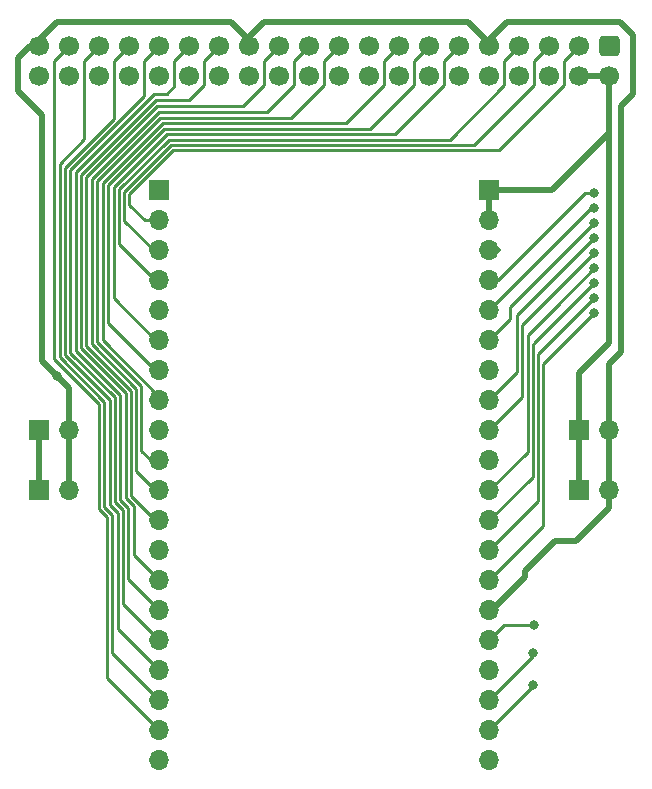
<source format=gbr>
%TF.GenerationSoftware,KiCad,Pcbnew,(5.1.9)-1*%
%TF.CreationDate,2022-02-08T17:06:21+09:00*%
%TF.ProjectId,pi-extend,70692d65-7874-4656-9e64-2e6b69636164,rev?*%
%TF.SameCoordinates,Original*%
%TF.FileFunction,Copper,L1,Top*%
%TF.FilePolarity,Positive*%
%FSLAX46Y46*%
G04 Gerber Fmt 4.6, Leading zero omitted, Abs format (unit mm)*
G04 Created by KiCad (PCBNEW (5.1.9)-1) date 2022-02-08 17:06:21*
%MOMM*%
%LPD*%
G01*
G04 APERTURE LIST*
%TA.AperFunction,ComponentPad*%
%ADD10O,1.700000X1.700000*%
%TD*%
%TA.AperFunction,ComponentPad*%
%ADD11R,1.700000X1.700000*%
%TD*%
%TA.AperFunction,ComponentPad*%
%ADD12C,1.700000*%
%TD*%
%TA.AperFunction,ViaPad*%
%ADD13C,0.800000*%
%TD*%
%TA.AperFunction,Conductor*%
%ADD14C,0.250000*%
%TD*%
%TA.AperFunction,Conductor*%
%ADD15C,0.500000*%
%TD*%
G04 APERTURE END LIST*
D10*
%TO.P,J7,2*%
%TO.N,GND*%
X186944000Y-104140000D03*
D11*
%TO.P,J7,1*%
%TO.N,+5V*%
X184404000Y-104140000D03*
%TD*%
D10*
%TO.P,J6,2*%
%TO.N,GND*%
X141224000Y-104140000D03*
D11*
%TO.P,J6,1*%
%TO.N,+3V3*%
X138684000Y-104140000D03*
%TD*%
D12*
%TO.P,J1,40*%
%TO.N,Net-(J1-Pad40)*%
X138684000Y-69088000D03*
%TO.P,J1,38*%
%TO.N,Net-(J1-Pad38)*%
X141224000Y-69088000D03*
%TO.P,J1,36*%
%TO.N,Net-(J1-Pad36)*%
X143764000Y-69088000D03*
%TO.P,J1,34*%
%TO.N,GND*%
X146304000Y-69088000D03*
%TO.P,J1,32*%
%TO.N,Net-(J1-Pad32)*%
X148844000Y-69088000D03*
%TO.P,J1,30*%
%TO.N,GND*%
X151384000Y-69088000D03*
%TO.P,J1,28*%
%TO.N,Net-(J1-Pad28)*%
X153924000Y-69088000D03*
%TO.P,J1,26*%
%TO.N,Net-(J1-Pad26)*%
X156464000Y-69088000D03*
%TO.P,J1,24*%
%TO.N,Net-(J1-Pad24)*%
X159004000Y-69088000D03*
%TO.P,J1,22*%
%TO.N,Net-(J1-Pad22)*%
X161544000Y-69088000D03*
%TO.P,J1,20*%
%TO.N,GND*%
X164084000Y-69088000D03*
%TO.P,J1,18*%
%TO.N,Net-(J1-Pad18)*%
X166624000Y-69088000D03*
%TO.P,J1,16*%
%TO.N,Net-(J1-Pad16)*%
X169164000Y-69088000D03*
%TO.P,J1,14*%
%TO.N,GND*%
X171704000Y-69088000D03*
%TO.P,J1,12*%
%TO.N,Net-(J1-Pad12)*%
X174244000Y-69088000D03*
%TO.P,J1,10*%
%TO.N,Net-(J1-Pad10)*%
X176784000Y-69088000D03*
%TO.P,J1,8*%
%TO.N,Net-(J1-Pad8)*%
X179324000Y-69088000D03*
%TO.P,J1,6*%
%TO.N,GND*%
X181864000Y-69088000D03*
%TO.P,J1,4*%
%TO.N,+5V*%
X184404000Y-69088000D03*
%TO.P,J1,2*%
X186944000Y-69088000D03*
%TO.P,J1,39*%
%TO.N,GND*%
X138684000Y-66548000D03*
%TO.P,J1,37*%
%TO.N,Net-(J1-Pad37)*%
X141224000Y-66548000D03*
%TO.P,J1,35*%
%TO.N,Net-(J1-Pad35)*%
X143764000Y-66548000D03*
%TO.P,J1,33*%
%TO.N,Net-(J1-Pad33)*%
X146304000Y-66548000D03*
%TO.P,J1,31*%
%TO.N,Net-(J1-Pad31)*%
X148844000Y-66548000D03*
%TO.P,J1,29*%
%TO.N,Net-(J1-Pad29)*%
X151384000Y-66548000D03*
%TO.P,J1,27*%
%TO.N,Net-(J1-Pad27)*%
X153924000Y-66548000D03*
%TO.P,J1,25*%
%TO.N,GND*%
X156464000Y-66548000D03*
%TO.P,J1,23*%
%TO.N,Net-(J1-Pad23)*%
X159004000Y-66548000D03*
%TO.P,J1,21*%
%TO.N,Net-(J1-Pad21)*%
X161544000Y-66548000D03*
%TO.P,J1,19*%
%TO.N,Net-(J1-Pad19)*%
X164084000Y-66548000D03*
%TO.P,J1,17*%
%TO.N,+3V3*%
X166624000Y-66548000D03*
%TO.P,J1,15*%
%TO.N,Net-(J1-Pad15)*%
X169164000Y-66548000D03*
%TO.P,J1,13*%
%TO.N,Net-(J1-Pad13)*%
X171704000Y-66548000D03*
%TO.P,J1,11*%
%TO.N,Net-(J1-Pad11)*%
X174244000Y-66548000D03*
%TO.P,J1,9*%
%TO.N,GND*%
X176784000Y-66548000D03*
%TO.P,J1,7*%
%TO.N,Net-(J1-Pad7)*%
X179324000Y-66548000D03*
%TO.P,J1,5*%
%TO.N,Net-(J1-Pad5)*%
X181864000Y-66548000D03*
%TO.P,J1,3*%
%TO.N,Net-(J1-Pad3)*%
X184404000Y-66548000D03*
%TO.P,J1,1*%
%TO.N,+3V3*%
%TA.AperFunction,ComponentPad*%
G36*
G01*
X186344000Y-65698000D02*
X187544000Y-65698000D01*
G75*
G02*
X187794000Y-65948000I0J-250000D01*
G01*
X187794000Y-67148000D01*
G75*
G02*
X187544000Y-67398000I-250000J0D01*
G01*
X186344000Y-67398000D01*
G75*
G02*
X186094000Y-67148000I0J250000D01*
G01*
X186094000Y-65948000D01*
G75*
G02*
X186344000Y-65698000I250000J0D01*
G01*
G37*
%TD.AperFunction*%
%TD*%
D11*
%TO.P,J2,1*%
%TO.N,+3V3*%
X148818600Y-78765400D03*
D10*
%TO.P,J2,2*%
%TO.N,Net-(J1-Pad3)*%
X148818600Y-81305400D03*
%TO.P,J2,3*%
%TO.N,Net-(J1-Pad5)*%
X148818600Y-83845400D03*
%TO.P,J2,4*%
%TO.N,Net-(J1-Pad7)*%
X148818600Y-86385400D03*
%TO.P,J2,5*%
%TO.N,GND*%
X148818600Y-88925400D03*
%TO.P,J2,6*%
%TO.N,Net-(J1-Pad11)*%
X148818600Y-91465400D03*
%TO.P,J2,7*%
%TO.N,Net-(J1-Pad13)*%
X148818600Y-94005400D03*
%TO.P,J2,8*%
%TO.N,Net-(J1-Pad15)*%
X148818600Y-96545400D03*
%TO.P,J2,9*%
%TO.N,+3V3*%
X148818600Y-99085400D03*
%TO.P,J2,10*%
%TO.N,Net-(J1-Pad19)*%
X148818600Y-101625400D03*
%TO.P,J2,11*%
%TO.N,Net-(J1-Pad21)*%
X148818600Y-104165400D03*
%TO.P,J2,12*%
%TO.N,Net-(J1-Pad23)*%
X148818600Y-106705400D03*
%TO.P,J2,13*%
%TO.N,GND*%
X148818600Y-109245400D03*
%TO.P,J2,14*%
%TO.N,Net-(J1-Pad27)*%
X148818600Y-111785400D03*
%TO.P,J2,15*%
%TO.N,Net-(J1-Pad29)*%
X148818600Y-114325400D03*
%TO.P,J2,16*%
%TO.N,Net-(J1-Pad31)*%
X148818600Y-116865400D03*
%TO.P,J2,17*%
%TO.N,Net-(J1-Pad33)*%
X148818600Y-119405400D03*
%TO.P,J2,18*%
%TO.N,Net-(J1-Pad35)*%
X148818600Y-121945400D03*
%TO.P,J2,19*%
%TO.N,Net-(J1-Pad37)*%
X148818600Y-124485400D03*
%TO.P,J2,20*%
%TO.N,GND*%
X148818600Y-127025400D03*
%TD*%
%TO.P,J3,20*%
%TO.N,Net-(J1-Pad40)*%
X176758600Y-127025400D03*
%TO.P,J3,19*%
%TO.N,Net-(J1-Pad38)*%
X176758600Y-124485400D03*
%TO.P,J3,18*%
%TO.N,Net-(J1-Pad36)*%
X176758600Y-121945400D03*
%TO.P,J3,17*%
%TO.N,GND*%
X176758600Y-119405400D03*
%TO.P,J3,16*%
%TO.N,Net-(J1-Pad32)*%
X176758600Y-116865400D03*
%TO.P,J3,15*%
%TO.N,GND*%
X176758600Y-114325400D03*
%TO.P,J3,14*%
%TO.N,Net-(J1-Pad28)*%
X176758600Y-111785400D03*
%TO.P,J3,13*%
%TO.N,Net-(J1-Pad26)*%
X176758600Y-109245400D03*
%TO.P,J3,12*%
%TO.N,Net-(J1-Pad24)*%
X176758600Y-106705400D03*
%TO.P,J3,11*%
%TO.N,Net-(J1-Pad22)*%
X176758600Y-104165400D03*
%TO.P,J3,10*%
%TO.N,GND*%
X176758600Y-101625400D03*
%TO.P,J3,9*%
%TO.N,Net-(J1-Pad18)*%
X176758600Y-99085400D03*
%TO.P,J3,8*%
%TO.N,Net-(J1-Pad16)*%
X176758600Y-96545400D03*
%TO.P,J3,7*%
%TO.N,GND*%
X176758600Y-94005400D03*
%TO.P,J3,6*%
%TO.N,Net-(J1-Pad12)*%
X176758600Y-91465400D03*
%TO.P,J3,5*%
%TO.N,Net-(J1-Pad10)*%
X176758600Y-88925400D03*
%TO.P,J3,4*%
%TO.N,Net-(J1-Pad8)*%
X176758600Y-86385400D03*
%TO.P,J3,3*%
%TO.N,GND*%
X176758600Y-83845400D03*
%TO.P,J3,2*%
%TO.N,+5V*%
X176758600Y-81305400D03*
D11*
%TO.P,J3,1*%
X176758600Y-78765400D03*
%TD*%
%TO.P,J4,1*%
%TO.N,+3V3*%
X138684000Y-99060000D03*
D10*
%TO.P,J4,2*%
%TO.N,GND*%
X141224000Y-99060000D03*
%TD*%
D11*
%TO.P,J5,1*%
%TO.N,+5V*%
X184404000Y-99060000D03*
D10*
%TO.P,J5,2*%
%TO.N,GND*%
X186944000Y-99060000D03*
%TD*%
D13*
%TO.N,Net-(J1-Pad8)*%
X185674000Y-78994000D03*
%TO.N,Net-(J1-Pad10)*%
X185674000Y-80264000D03*
%TO.N,Net-(J1-Pad12)*%
X185645498Y-81534000D03*
%TO.N,Net-(J1-Pad16)*%
X185674000Y-82804000D03*
%TO.N,Net-(J1-Pad18)*%
X185674000Y-84074000D03*
%TO.N,Net-(J1-Pad22)*%
X185673986Y-85344000D03*
%TO.N,Net-(J1-Pad24)*%
X185674000Y-86614000D03*
%TO.N,Net-(J1-Pad26)*%
X185674000Y-87884010D03*
%TO.N,Net-(J1-Pad28)*%
X185674010Y-89154000D03*
%TO.N,Net-(J1-Pad32)*%
X180593682Y-115570000D03*
%TO.N,Net-(J1-Pad36)*%
X180467002Y-117983000D03*
%TO.N,Net-(J1-Pad38)*%
X180467000Y-120650006D03*
%TO.N,GND*%
X140207997Y-94487997D03*
%TD*%
D14*
%TO.N,Net-(J1-Pad3)*%
X177594240Y-75380011D02*
X183134000Y-69840251D01*
X149999122Y-75380011D02*
X177594240Y-75380011D01*
X146304000Y-79075133D02*
X149999122Y-75380011D01*
X146304000Y-80010000D02*
X146304000Y-79075133D01*
X147599400Y-81305400D02*
X146304000Y-80010000D01*
X148818600Y-81305400D02*
X147599400Y-81305400D01*
X183134000Y-67818000D02*
X184404000Y-66548000D01*
X183134000Y-69840251D02*
X183134000Y-67818000D01*
%TO.N,Net-(J1-Pad5)*%
X175514000Y-74930000D02*
X180594000Y-69850000D01*
X149812722Y-74930000D02*
X175514000Y-74930000D01*
X145853989Y-78888733D02*
X149812722Y-74930000D01*
X145853989Y-81337989D02*
X145853989Y-78888733D01*
X148361400Y-83845400D02*
X145853989Y-81337989D01*
X148818600Y-83845400D02*
X148361400Y-83845400D01*
X180594000Y-67818000D02*
X181864000Y-66548000D01*
X180594000Y-69850000D02*
X180594000Y-67818000D01*
%TO.N,Net-(J1-Pad7)*%
X148818600Y-86385400D02*
X148488400Y-86385400D01*
X148488400Y-86385400D02*
X145403978Y-83300978D01*
X145403978Y-83300978D02*
X145403978Y-78702333D01*
X173424011Y-74479989D02*
X178054000Y-69850000D01*
X178054000Y-67818000D02*
X179324000Y-66548000D01*
X145403978Y-78702333D02*
X149626322Y-74479989D01*
X178054000Y-69850000D02*
X178054000Y-67818000D01*
X149626322Y-74479989D02*
X173424011Y-74479989D01*
%TO.N,Net-(J1-Pad8)*%
X184912000Y-78994000D02*
X185674000Y-78994000D01*
X177520600Y-86385400D02*
X184912000Y-78994000D01*
X176758600Y-86385400D02*
X177520600Y-86385400D01*
%TO.N,Net-(J1-Pad10)*%
X176758600Y-88925400D02*
X185420000Y-80264000D01*
X185420000Y-80264000D02*
X185674000Y-80264000D01*
%TO.N,Net-(J1-Pad11)*%
X149439922Y-74029978D02*
X168794022Y-74029978D01*
X144953967Y-78515933D02*
X149439922Y-74029978D01*
X168794022Y-74029978D02*
X172974000Y-69850000D01*
X144953967Y-87930967D02*
X144953967Y-78515933D01*
X148488400Y-91465400D02*
X144953967Y-87930967D01*
X148818600Y-91465400D02*
X148488400Y-91465400D01*
X172974000Y-67818000D02*
X174244000Y-66548000D01*
X172974000Y-69850000D02*
X172974000Y-67818000D01*
%TO.N,Net-(J1-Pad12)*%
X178562000Y-88617498D02*
X185645498Y-81534000D01*
X178562000Y-89662000D02*
X178562000Y-88617498D01*
X176758600Y-91465400D02*
X178562000Y-89662000D01*
%TO.N,Net-(J1-Pad13)*%
X166704033Y-73579967D02*
X170434000Y-69850000D01*
X149253522Y-73579967D02*
X166704033Y-73579967D01*
X144503956Y-78329533D02*
X149253522Y-73579967D01*
X144503956Y-90020956D02*
X144503956Y-78329533D01*
X148488400Y-94005400D02*
X144503956Y-90020956D01*
X148818600Y-94005400D02*
X148488400Y-94005400D01*
X170434000Y-67818000D02*
X171704000Y-66548000D01*
X170434000Y-69850000D02*
X170434000Y-67818000D01*
%TO.N,Net-(J1-Pad15)*%
X149103067Y-73094011D02*
X164649989Y-73094011D01*
X144053945Y-78143133D02*
X149103067Y-73094011D01*
X144053945Y-91475945D02*
X144053945Y-78143133D01*
X148818600Y-96240600D02*
X144053945Y-91475945D01*
X148818600Y-96545400D02*
X148818600Y-96240600D01*
X164649989Y-73094011D02*
X167894000Y-69850000D01*
X167894000Y-67818000D02*
X169164000Y-66548000D01*
X167894000Y-69850000D02*
X167894000Y-67818000D01*
%TO.N,Net-(J1-Pad16)*%
X181356000Y-87122000D02*
X185674000Y-82804000D01*
X179105945Y-94198055D02*
X179105945Y-89372055D01*
X176758600Y-96545400D02*
X179105945Y-94198055D01*
X179105945Y-89372055D02*
X181356000Y-87122000D01*
%TO.N,Net-(J1-Pad18)*%
X181841956Y-87906044D02*
X185674000Y-84074000D01*
X179555956Y-90192044D02*
X181841956Y-87906044D01*
X179555956Y-96288044D02*
X179555956Y-90192044D01*
X176758600Y-99085400D02*
X179555956Y-96288044D01*
%TO.N,Net-(J1-Pad19)*%
X160020000Y-72644000D02*
X162814000Y-69850000D01*
X148916667Y-72644000D02*
X160020000Y-72644000D01*
X143546999Y-78013667D02*
X148916667Y-72644000D01*
X143546999Y-91605409D02*
X143546999Y-78013667D01*
X147320000Y-95378410D02*
X143546999Y-91605409D01*
X148107400Y-101625400D02*
X147320000Y-100838000D01*
X147320000Y-100838000D02*
X147320000Y-95378410D01*
X148818600Y-101625400D02*
X148107400Y-101625400D01*
X162814000Y-67818000D02*
X164084000Y-66548000D01*
X162814000Y-69850000D02*
X162814000Y-67818000D01*
%TO.N,Net-(J1-Pad21)*%
X148788255Y-72136000D02*
X157988000Y-72136000D01*
X143096988Y-77827267D02*
X148788255Y-72136000D01*
X143096988Y-91791809D02*
X143096988Y-77827267D01*
X146869989Y-95564810D02*
X143096988Y-91791809D01*
X157988000Y-72136000D02*
X160274000Y-69850000D01*
X146869989Y-102546989D02*
X146869989Y-95564810D01*
X148488400Y-104165400D02*
X146869989Y-102546989D01*
X148818600Y-104165400D02*
X148488400Y-104165400D01*
X160274000Y-67818000D02*
X161544000Y-66548000D01*
X160274000Y-69850000D02*
X160274000Y-67818000D01*
%TO.N,Net-(J1-Pad22)*%
X182291967Y-88726019D02*
X185673986Y-85344000D01*
X176758600Y-104165400D02*
X180005967Y-100918033D01*
X180005967Y-100918033D02*
X180005967Y-91012019D01*
X180005967Y-91012019D02*
X182291967Y-88726019D01*
%TO.N,Net-(J1-Pad23)*%
X142646977Y-77640867D02*
X148659844Y-71628000D01*
X148659844Y-71628000D02*
X155956000Y-71628000D01*
X146419978Y-95751210D02*
X142646977Y-91978209D01*
X155956000Y-71628000D02*
X157734000Y-69850000D01*
X146419978Y-104636978D02*
X146419978Y-95751210D01*
X142646977Y-91978209D02*
X142646977Y-77640867D01*
X148488400Y-106705400D02*
X146419978Y-104636978D01*
X148818600Y-106705400D02*
X148488400Y-106705400D01*
X157734000Y-67818000D02*
X159004000Y-66548000D01*
X157734000Y-69850000D02*
X157734000Y-67818000D01*
%TO.N,Net-(J1-Pad24)*%
X180594000Y-91694000D02*
X185674000Y-86614000D01*
X180455978Y-91832022D02*
X180594000Y-91694000D01*
X180455978Y-103008022D02*
X180455978Y-91832022D01*
X176758600Y-106705400D02*
X180455978Y-103008022D01*
%TO.N,Net-(J1-Pad26)*%
X180905989Y-92652021D02*
X185674000Y-87884010D01*
X176758600Y-109245400D02*
X180905989Y-105098011D01*
X180905989Y-105098011D02*
X180905989Y-92652021D01*
%TO.N,Net-(J1-Pad27)*%
X142196966Y-77454467D02*
X148531434Y-71120000D01*
X148818600Y-111785400D02*
X146649055Y-109615855D01*
X142196966Y-92164609D02*
X142196966Y-77454467D01*
X151384000Y-71120000D02*
X152654000Y-69850000D01*
X146649055Y-105502466D02*
X145969967Y-104823378D01*
X145969967Y-95937610D02*
X142196966Y-92164609D01*
X145969967Y-104823378D02*
X145969967Y-95937610D01*
X146649055Y-109615855D02*
X146649055Y-105502466D01*
X148531434Y-71120000D02*
X151384000Y-71120000D01*
X152654000Y-67818000D02*
X153924000Y-66548000D01*
X152654000Y-69850000D02*
X152654000Y-67818000D01*
%TO.N,Net-(J1-Pad28)*%
X181356000Y-93472010D02*
X185674010Y-89154000D01*
X181356000Y-107188000D02*
X181356000Y-93472010D01*
X176758600Y-111785400D02*
X181356000Y-107188000D01*
%TO.N,Net-(J1-Pad29)*%
X145519956Y-96124010D02*
X141746955Y-92351009D01*
X146199044Y-105688865D02*
X145519956Y-105009778D01*
X148403023Y-70612000D02*
X149479000Y-70612000D01*
X141746955Y-77268067D02*
X148403023Y-70612000D01*
X141746955Y-92351009D02*
X141746955Y-77268067D01*
X145519956Y-105009778D02*
X145519956Y-96124010D01*
X148818600Y-114325400D02*
X146199044Y-111705844D01*
X146199044Y-111705844D02*
X146199044Y-105688865D01*
X149479000Y-70612000D02*
X150114000Y-69977000D01*
X150114000Y-67818000D02*
X151384000Y-66548000D01*
X150114000Y-69977000D02*
X150114000Y-67818000D01*
%TO.N,Net-(J1-Pad31)*%
X145069945Y-105196178D02*
X145069945Y-96310410D01*
X145069945Y-96310410D02*
X141296944Y-92537409D01*
X141296944Y-92537409D02*
X141296944Y-77081667D01*
X141296944Y-77081667D02*
X147574000Y-70804613D01*
X145749033Y-113795833D02*
X145749033Y-105875266D01*
X148818600Y-116865400D02*
X145749033Y-113795833D01*
X145749033Y-105875266D02*
X145069945Y-105196178D01*
X147574000Y-67818000D02*
X148844000Y-66548000D01*
X147574000Y-70804613D02*
X147574000Y-67818000D01*
%TO.N,Net-(J1-Pad32)*%
X176758600Y-116865400D02*
X178054000Y-115570000D01*
X178054000Y-115570000D02*
X180593682Y-115570000D01*
%TO.N,Net-(J1-Pad33)*%
X145034000Y-67818000D02*
X146304000Y-66548000D01*
X145034000Y-72708203D02*
X145034000Y-67818000D01*
X140846933Y-76895270D02*
X145034000Y-72708203D01*
X140846933Y-92723809D02*
X140846933Y-76895270D01*
X144619934Y-105382578D02*
X144619934Y-96496810D01*
X144619934Y-96496810D02*
X140846933Y-92723809D01*
X145299022Y-106061665D02*
X144619934Y-105382578D01*
X145299022Y-115885822D02*
X145299022Y-106061665D01*
X148818600Y-119405400D02*
X145299022Y-115885822D01*
%TO.N,Net-(J1-Pad35)*%
X142494000Y-67818000D02*
X143764000Y-66548000D01*
X142494000Y-74422000D02*
X142494000Y-67818000D01*
X140396922Y-76519078D02*
X142494000Y-74422000D01*
X140396922Y-92910209D02*
X140396922Y-76519078D01*
X144169923Y-105568978D02*
X144169923Y-96683210D01*
X144849011Y-106248066D02*
X144169923Y-105568978D01*
X144169923Y-96683210D02*
X140396922Y-92910209D01*
X144849011Y-117975811D02*
X144849011Y-106248066D01*
X148818600Y-121945400D02*
X144849011Y-117975811D01*
%TO.N,Net-(J1-Pad36)*%
X176758600Y-121945400D02*
X180467002Y-118236998D01*
X180467002Y-118236998D02*
X180467002Y-117983000D01*
%TO.N,Net-(J1-Pad37)*%
X140374001Y-67397999D02*
X141224000Y-66548000D01*
X139946911Y-67825089D02*
X140374001Y-67397999D01*
X139946911Y-67825089D02*
X139954000Y-67818000D01*
X143719912Y-96869610D02*
X139946911Y-93096609D01*
X139946911Y-93096609D02*
X139946911Y-67825089D01*
X143719912Y-105755378D02*
X143719912Y-96869610D01*
X144399000Y-106434465D02*
X143719912Y-105755378D01*
X144399000Y-120065800D02*
X144399000Y-106434465D01*
X148818600Y-124485400D02*
X144399000Y-120065800D01*
%TO.N,Net-(J1-Pad38)*%
X176758600Y-124485400D02*
X180467000Y-120777000D01*
X180467000Y-120777000D02*
X180467000Y-120650006D01*
D15*
%TO.N,+3V3*%
X138684000Y-99060000D02*
X138684000Y-104140000D01*
%TO.N,+5V*%
X176758600Y-81305400D02*
X176758600Y-78765400D01*
X184404000Y-69088000D02*
X186944000Y-69088000D01*
X186944000Y-68580000D02*
X186944000Y-72898000D01*
X186944000Y-91694000D02*
X186944000Y-72898000D01*
X184404000Y-94234000D02*
X186944000Y-91694000D01*
X184404000Y-99060000D02*
X184404000Y-94234000D01*
X184404000Y-99060000D02*
X184404000Y-104140000D01*
X182092600Y-78765400D02*
X186944000Y-73914000D01*
X176758600Y-78765400D02*
X182092600Y-78765400D01*
%TO.N,GND*%
X176784000Y-66294000D02*
X176784000Y-66548000D01*
X156464000Y-66548000D02*
X156464000Y-65786000D01*
X156464000Y-65786000D02*
X157734000Y-64516000D01*
X157734000Y-64516000D02*
X175006000Y-64516000D01*
X175006000Y-64516000D02*
X176784000Y-66294000D01*
X187960000Y-73406000D02*
X187960000Y-73140002D01*
X187960000Y-73140002D02*
X187960000Y-71882000D01*
X176758600Y-83845400D02*
X177520600Y-83845400D01*
X186944000Y-93472000D02*
X187960000Y-92456000D01*
X187960000Y-92456000D02*
X187960000Y-71882000D01*
X186944000Y-99060000D02*
X186944000Y-93472000D01*
X141224000Y-99060000D02*
X141224000Y-95504000D01*
X141224000Y-95504000D02*
X140207997Y-94487997D01*
X136906000Y-67564000D02*
X136906000Y-70358000D01*
X137922000Y-66548000D02*
X136906000Y-67564000D01*
X138684000Y-66548000D02*
X137922000Y-66548000D01*
X156464000Y-66040000D02*
X156464000Y-66548000D01*
X154940000Y-64516000D02*
X156464000Y-66040000D01*
X140208000Y-64516000D02*
X154940000Y-64516000D01*
X138684000Y-66040000D02*
X140208000Y-64516000D01*
X138684000Y-66548000D02*
X138684000Y-66040000D01*
X138938000Y-93218000D02*
X140207997Y-94487997D01*
X138938000Y-72390000D02*
X138938000Y-93218000D01*
X136906000Y-70358000D02*
X138938000Y-72390000D01*
X141224000Y-99060000D02*
X141224000Y-104140000D01*
X186944000Y-99060000D02*
X186944000Y-104140000D01*
D14*
X176758600Y-114325400D02*
X177038000Y-114046000D01*
D15*
X176784000Y-66040000D02*
X176784000Y-66548000D01*
X178308000Y-64516000D02*
X176784000Y-66040000D01*
X188976000Y-65659000D02*
X187833000Y-64516000D01*
X188976000Y-70612000D02*
X188976000Y-65659000D01*
X187960000Y-71628000D02*
X188976000Y-70612000D01*
X187833000Y-64516000D02*
X178308000Y-64516000D01*
X187960000Y-71882000D02*
X187960000Y-71628000D01*
X186944000Y-105664000D02*
X186944000Y-104140000D01*
X184150000Y-108458000D02*
X186944000Y-105664000D01*
X179832000Y-110998000D02*
X182372000Y-108458000D01*
X182372000Y-108458000D02*
X184150000Y-108458000D01*
X179832000Y-111506000D02*
X179832000Y-110998000D01*
X177012600Y-114325400D02*
X179832000Y-111506000D01*
X176758600Y-114325400D02*
X177012600Y-114325400D01*
%TD*%
M02*

</source>
